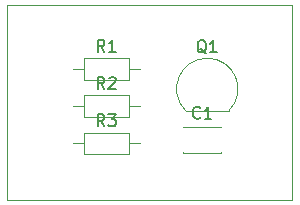
<source format=gbr>
G04 #@! TF.GenerationSoftware,KiCad,Pcbnew,(5.1.2)-2*
G04 #@! TF.CreationDate,2019-08-09T21:51:20-03:00*
G04 #@! TF.ProjectId,primeiro,7072696d-6569-4726-9f2e-6b696361645f,rev?*
G04 #@! TF.SameCoordinates,Original*
G04 #@! TF.FileFunction,Legend,Top*
G04 #@! TF.FilePolarity,Positive*
%FSLAX46Y46*%
G04 Gerber Fmt 4.6, Leading zero omitted, Abs format (unit mm)*
G04 Created by KiCad (PCBNEW (5.1.2)-2) date 2019-08-09 21:51:20*
%MOMM*%
%LPD*%
G04 APERTURE LIST*
%ADD10C,0.050000*%
%ADD11C,0.120000*%
%ADD12C,0.150000*%
G04 APERTURE END LIST*
D10*
X134620000Y-101600000D02*
X134620000Y-85090000D01*
X158750000Y-101600000D02*
X134620000Y-101600000D01*
X158750000Y-85090000D02*
X158750000Y-101600000D01*
X134620000Y-85090000D02*
X158750000Y-85090000D01*
D11*
X145870000Y-96830000D02*
X144920000Y-96830000D01*
X140130000Y-96830000D02*
X141080000Y-96830000D01*
X144920000Y-95910000D02*
X141080000Y-95910000D01*
X144920000Y-97750000D02*
X144920000Y-95910000D01*
X141080000Y-97750000D02*
X144920000Y-97750000D01*
X141080000Y-95910000D02*
X141080000Y-97750000D01*
X145870000Y-93680000D02*
X144920000Y-93680000D01*
X140130000Y-93680000D02*
X141080000Y-93680000D01*
X144920000Y-92760000D02*
X141080000Y-92760000D01*
X144920000Y-94600000D02*
X144920000Y-92760000D01*
X141080000Y-94600000D02*
X144920000Y-94600000D01*
X141080000Y-92760000D02*
X141080000Y-94600000D01*
X145870000Y-90530000D02*
X144920000Y-90530000D01*
X140130000Y-90530000D02*
X141080000Y-90530000D01*
X144920000Y-89610000D02*
X141080000Y-89610000D01*
X144920000Y-91450000D02*
X144920000Y-89610000D01*
X141080000Y-91450000D02*
X144920000Y-91450000D01*
X141080000Y-89610000D02*
X141080000Y-91450000D01*
X153378478Y-94048478D02*
G75*
G03X151540000Y-89610000I-1838478J1838478D01*
G01*
X149701522Y-94048478D02*
G75*
G02X151540000Y-89610000I1838478J1838478D01*
G01*
X149740000Y-94060000D02*
X153340000Y-94060000D01*
X152730000Y-97575000D02*
X152730000Y-97640000D01*
X152730000Y-95400000D02*
X152730000Y-95465000D01*
X149490000Y-97575000D02*
X149490000Y-97640000D01*
X149490000Y-95400000D02*
X149490000Y-95465000D01*
X149490000Y-97640000D02*
X152730000Y-97640000D01*
X149490000Y-95400000D02*
X152730000Y-95400000D01*
D12*
X142833333Y-95362380D02*
X142500000Y-94886190D01*
X142261904Y-95362380D02*
X142261904Y-94362380D01*
X142642857Y-94362380D01*
X142738095Y-94410000D01*
X142785714Y-94457619D01*
X142833333Y-94552857D01*
X142833333Y-94695714D01*
X142785714Y-94790952D01*
X142738095Y-94838571D01*
X142642857Y-94886190D01*
X142261904Y-94886190D01*
X143166666Y-94362380D02*
X143785714Y-94362380D01*
X143452380Y-94743333D01*
X143595238Y-94743333D01*
X143690476Y-94790952D01*
X143738095Y-94838571D01*
X143785714Y-94933809D01*
X143785714Y-95171904D01*
X143738095Y-95267142D01*
X143690476Y-95314761D01*
X143595238Y-95362380D01*
X143309523Y-95362380D01*
X143214285Y-95314761D01*
X143166666Y-95267142D01*
X142833333Y-92212380D02*
X142500000Y-91736190D01*
X142261904Y-92212380D02*
X142261904Y-91212380D01*
X142642857Y-91212380D01*
X142738095Y-91260000D01*
X142785714Y-91307619D01*
X142833333Y-91402857D01*
X142833333Y-91545714D01*
X142785714Y-91640952D01*
X142738095Y-91688571D01*
X142642857Y-91736190D01*
X142261904Y-91736190D01*
X143214285Y-91307619D02*
X143261904Y-91260000D01*
X143357142Y-91212380D01*
X143595238Y-91212380D01*
X143690476Y-91260000D01*
X143738095Y-91307619D01*
X143785714Y-91402857D01*
X143785714Y-91498095D01*
X143738095Y-91640952D01*
X143166666Y-92212380D01*
X143785714Y-92212380D01*
X142833333Y-89062380D02*
X142500000Y-88586190D01*
X142261904Y-89062380D02*
X142261904Y-88062380D01*
X142642857Y-88062380D01*
X142738095Y-88110000D01*
X142785714Y-88157619D01*
X142833333Y-88252857D01*
X142833333Y-88395714D01*
X142785714Y-88490952D01*
X142738095Y-88538571D01*
X142642857Y-88586190D01*
X142261904Y-88586190D01*
X143785714Y-89062380D02*
X143214285Y-89062380D01*
X143500000Y-89062380D02*
X143500000Y-88062380D01*
X143404761Y-88205238D01*
X143309523Y-88300476D01*
X143214285Y-88348095D01*
X151444761Y-89197619D02*
X151349523Y-89150000D01*
X151254285Y-89054761D01*
X151111428Y-88911904D01*
X151016190Y-88864285D01*
X150920952Y-88864285D01*
X150968571Y-89102380D02*
X150873333Y-89054761D01*
X150778095Y-88959523D01*
X150730476Y-88769047D01*
X150730476Y-88435714D01*
X150778095Y-88245238D01*
X150873333Y-88150000D01*
X150968571Y-88102380D01*
X151159047Y-88102380D01*
X151254285Y-88150000D01*
X151349523Y-88245238D01*
X151397142Y-88435714D01*
X151397142Y-88769047D01*
X151349523Y-88959523D01*
X151254285Y-89054761D01*
X151159047Y-89102380D01*
X150968571Y-89102380D01*
X152349523Y-89102380D02*
X151778095Y-89102380D01*
X152063809Y-89102380D02*
X152063809Y-88102380D01*
X151968571Y-88245238D01*
X151873333Y-88340476D01*
X151778095Y-88388095D01*
X150943333Y-94627142D02*
X150895714Y-94674761D01*
X150752857Y-94722380D01*
X150657619Y-94722380D01*
X150514761Y-94674761D01*
X150419523Y-94579523D01*
X150371904Y-94484285D01*
X150324285Y-94293809D01*
X150324285Y-94150952D01*
X150371904Y-93960476D01*
X150419523Y-93865238D01*
X150514761Y-93770000D01*
X150657619Y-93722380D01*
X150752857Y-93722380D01*
X150895714Y-93770000D01*
X150943333Y-93817619D01*
X151895714Y-94722380D02*
X151324285Y-94722380D01*
X151610000Y-94722380D02*
X151610000Y-93722380D01*
X151514761Y-93865238D01*
X151419523Y-93960476D01*
X151324285Y-94008095D01*
M02*

</source>
